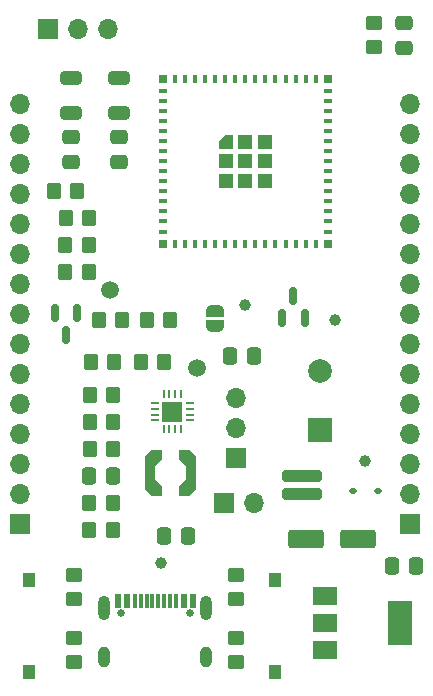
<source format=gbr>
%TF.GenerationSoftware,KiCad,Pcbnew,7.0.1*%
%TF.CreationDate,2023-05-28T11:45:34+02:00*%
%TF.ProjectId,SunSparkESP32,53756e53-7061-4726-9b45-535033322e6b,2.0*%
%TF.SameCoordinates,Original*%
%TF.FileFunction,Soldermask,Top*%
%TF.FilePolarity,Negative*%
%FSLAX46Y46*%
G04 Gerber Fmt 4.6, Leading zero omitted, Abs format (unit mm)*
G04 Created by KiCad (PCBNEW 7.0.1) date 2023-05-28 11:45:34*
%MOMM*%
%LPD*%
G01*
G04 APERTURE LIST*
G04 Aperture macros list*
%AMRoundRect*
0 Rectangle with rounded corners*
0 $1 Rounding radius*
0 $2 $3 $4 $5 $6 $7 $8 $9 X,Y pos of 4 corners*
0 Add a 4 corners polygon primitive as box body*
4,1,4,$2,$3,$4,$5,$6,$7,$8,$9,$2,$3,0*
0 Add four circle primitives for the rounded corners*
1,1,$1+$1,$2,$3*
1,1,$1+$1,$4,$5*
1,1,$1+$1,$6,$7*
1,1,$1+$1,$8,$9*
0 Add four rect primitives between the rounded corners*
20,1,$1+$1,$2,$3,$4,$5,0*
20,1,$1+$1,$4,$5,$6,$7,0*
20,1,$1+$1,$6,$7,$8,$9,0*
20,1,$1+$1,$8,$9,$2,$3,0*%
%AMFreePoly0*
4,1,11,1.015000,1.170000,0.435000,0.575000,0.435000,-0.575000,1.015000,-1.170000,1.015000,-1.945000,0.125000,-1.945000,-0.435000,-1.395000,-0.435000,1.395000,0.125000,1.945000,1.015000,1.945000,1.015000,1.170000,1.015000,1.170000,$1*%
%AMFreePoly1*
4,1,11,0.435000,1.395000,0.435000,-1.395000,-0.125000,-1.945000,-1.015000,-1.945000,-1.015000,-1.170000,-0.435000,-0.575000,-0.435000,0.575000,-1.015000,1.170000,-1.015000,1.945000,-0.125000,1.945000,0.435000,1.395000,0.435000,1.395000,$1*%
%AMFreePoly2*
4,1,6,0.600000,-0.600000,-0.600000,-0.600000,-0.600000,0.000000,0.000000,0.600000,0.600000,0.600000,0.600000,-0.600000,0.600000,-0.600000,$1*%
%AMFreePoly3*
4,1,19,0.500000,-0.750000,0.000000,-0.750000,0.000000,-0.744911,-0.071157,-0.744911,-0.207708,-0.704816,-0.327430,-0.627875,-0.420627,-0.520320,-0.479746,-0.390866,-0.500000,-0.250000,-0.500000,0.250000,-0.479746,0.390866,-0.420627,0.520320,-0.327430,0.627875,-0.207708,0.704816,-0.071157,0.744911,0.000000,0.744911,0.000000,0.750000,0.500000,0.750000,0.500000,-0.750000,0.500000,-0.750000,
$1*%
%AMFreePoly4*
4,1,19,0.000000,0.744911,0.071157,0.744911,0.207708,0.704816,0.327430,0.627875,0.420627,0.520320,0.479746,0.390866,0.500000,0.250000,0.500000,-0.250000,0.479746,-0.390866,0.420627,-0.520320,0.327430,-0.627875,0.207708,-0.704816,0.071157,-0.744911,0.000000,-0.744911,0.000000,-0.750000,-0.500000,-0.750000,-0.500000,0.750000,0.000000,0.750000,0.000000,0.744911,0.000000,0.744911,
$1*%
G04 Aperture macros list end*
%ADD10RoundRect,0.250000X-0.337500X-0.475000X0.337500X-0.475000X0.337500X0.475000X-0.337500X0.475000X0*%
%ADD11FreePoly0,0.000000*%
%ADD12FreePoly1,0.000000*%
%ADD13RoundRect,0.062500X-0.312500X-0.062500X0.312500X-0.062500X0.312500X0.062500X-0.312500X0.062500X0*%
%ADD14RoundRect,0.062500X-0.062500X-0.312500X0.062500X-0.312500X0.062500X0.312500X-0.062500X0.312500X0*%
%ADD15R,1.700000X1.700000*%
%ADD16RoundRect,0.250000X0.350000X0.450000X-0.350000X0.450000X-0.350000X-0.450000X0.350000X-0.450000X0*%
%ADD17RoundRect,0.250000X0.337500X0.475000X-0.337500X0.475000X-0.337500X-0.475000X0.337500X-0.475000X0*%
%ADD18RoundRect,0.250000X0.450000X-0.350000X0.450000X0.350000X-0.450000X0.350000X-0.450000X-0.350000X0*%
%ADD19RoundRect,0.250000X1.450000X-0.250000X1.450000X0.250000X-1.450000X0.250000X-1.450000X-0.250000X0*%
%ADD20RoundRect,0.250000X-0.350000X-0.450000X0.350000X-0.450000X0.350000X0.450000X-0.350000X0.450000X0*%
%ADD21RoundRect,0.250000X1.250000X0.550000X-1.250000X0.550000X-1.250000X-0.550000X1.250000X-0.550000X0*%
%ADD22C,1.000000*%
%ADD23RoundRect,0.250000X-0.475000X0.337500X-0.475000X-0.337500X0.475000X-0.337500X0.475000X0.337500X0*%
%ADD24R,0.800000X0.400000*%
%ADD25R,0.400000X0.800000*%
%ADD26FreePoly2,0.000000*%
%ADD27R,1.200000X1.200000*%
%ADD28R,0.800000X0.800000*%
%ADD29R,1.000000X1.250000*%
%ADD30C,0.650000*%
%ADD31R,0.600000X1.150000*%
%ADD32R,0.300000X1.150000*%
%ADD33O,1.000000X2.100000*%
%ADD34O,1.000000X1.800000*%
%ADD35O,1.700000X1.700000*%
%ADD36RoundRect,0.150000X0.150000X-0.587500X0.150000X0.587500X-0.150000X0.587500X-0.150000X-0.587500X0*%
%ADD37RoundRect,0.250000X0.650000X-0.325000X0.650000X0.325000X-0.650000X0.325000X-0.650000X-0.325000X0*%
%ADD38FreePoly3,90.000000*%
%ADD39FreePoly4,90.000000*%
%ADD40C,1.500000*%
%ADD41RoundRect,0.150000X-0.150000X0.587500X-0.150000X-0.587500X0.150000X-0.587500X0.150000X0.587500X0*%
%ADD42RoundRect,0.112500X-0.187500X-0.112500X0.187500X-0.112500X0.187500X0.112500X-0.187500X0.112500X0*%
%ADD43R,2.000000X1.500000*%
%ADD44R,2.000000X3.800000*%
%ADD45RoundRect,0.250000X0.475000X-0.337500X0.475000X0.337500X-0.475000X0.337500X-0.475000X-0.337500X0*%
%ADD46R,2.000000X2.000000*%
%ADD47C,2.000000*%
G04 APERTURE END LIST*
D10*
%TO.C,C5*%
X66759000Y-84836000D03*
X68834000Y-84836000D03*
%TD*%
D11*
%TO.C,L1*%
X65558000Y-79502000D03*
D12*
X69088000Y-79502000D03*
%TD*%
D13*
%TO.C,U1*%
X65981000Y-73527000D03*
X65981000Y-74027000D03*
X65981000Y-74527000D03*
X65981000Y-75027000D03*
D14*
X66731000Y-75777000D03*
X67231000Y-75777000D03*
X67731000Y-75777000D03*
X68231000Y-75777000D03*
D13*
X68981000Y-75027000D03*
X68981000Y-74527000D03*
X68981000Y-74027000D03*
X68981000Y-73527000D03*
D14*
X68231000Y-72777000D03*
X67731000Y-72777000D03*
X67231000Y-72777000D03*
X66731000Y-72777000D03*
D15*
X67481000Y-74277000D03*
%TD*%
D16*
%TO.C,R18*%
X60420000Y-60198000D03*
X58420000Y-60198000D03*
%TD*%
D17*
%TO.C,C4*%
X88138000Y-87376000D03*
X86063000Y-87376000D03*
%TD*%
D18*
%TO.C,R6*%
X59182000Y-90138000D03*
X59182000Y-88138000D03*
%TD*%
D19*
%TO.C,R14*%
X78486000Y-81256000D03*
X78486000Y-79756000D03*
%TD*%
D20*
%TO.C,R12*%
X60484000Y-72898000D03*
X62484000Y-72898000D03*
%TD*%
%TO.C,R17*%
X58452000Y-57912000D03*
X60452000Y-57912000D03*
%TD*%
D21*
%TO.C,C6*%
X83226000Y-85090000D03*
X78826000Y-85090000D03*
%TD*%
D22*
%TO.C,TP3*%
X73660000Y-65278000D03*
%TD*%
D20*
%TO.C,R9*%
X64802000Y-70104000D03*
X66802000Y-70104000D03*
%TD*%
D23*
%TO.C,C8*%
X58928000Y-51054000D03*
X58928000Y-53129000D03*
%TD*%
D20*
%TO.C,R8*%
X60548000Y-70104000D03*
X62548000Y-70104000D03*
%TD*%
D24*
%TO.C,U3*%
X66660000Y-47136000D03*
X66660000Y-47986000D03*
X66660000Y-48836000D03*
X66660000Y-49686000D03*
X66660000Y-50536000D03*
X66660000Y-51386000D03*
X66660000Y-52236000D03*
X66660000Y-53086000D03*
X66660000Y-53936000D03*
X66660000Y-54786000D03*
X66660000Y-55636000D03*
X66660000Y-56486000D03*
X66660000Y-57336000D03*
X66660000Y-58186000D03*
X66660000Y-59036000D03*
D25*
X67710000Y-60086000D03*
X68560000Y-60086000D03*
X69410000Y-60086000D03*
X70260000Y-60086000D03*
X71110000Y-60086000D03*
X71960000Y-60086000D03*
X72810000Y-60086000D03*
X73660000Y-60086000D03*
X74510000Y-60086000D03*
X75360000Y-60086000D03*
X76210000Y-60086000D03*
X77060000Y-60086000D03*
X77910000Y-60086000D03*
X78760000Y-60086000D03*
X79610000Y-60086000D03*
D24*
X80660000Y-59036000D03*
X80660000Y-58186000D03*
X80660000Y-57336000D03*
X80660000Y-56486000D03*
X80660000Y-55636000D03*
X80660000Y-54786000D03*
X80660000Y-53936000D03*
X80660000Y-53086000D03*
X80660000Y-52236000D03*
X80660000Y-51386000D03*
X80660000Y-50536000D03*
X80660000Y-49686000D03*
X80660000Y-48836000D03*
X80660000Y-47986000D03*
X80660000Y-47136000D03*
D25*
X79610000Y-46086000D03*
X78760000Y-46086000D03*
X77910000Y-46086000D03*
X77060000Y-46086000D03*
X76210000Y-46086000D03*
X75360000Y-46086000D03*
X74510000Y-46086000D03*
X73660000Y-46086000D03*
X72810000Y-46086000D03*
X71960000Y-46086000D03*
X71110000Y-46086000D03*
X70260000Y-46086000D03*
X69410000Y-46086000D03*
X68560000Y-46086000D03*
X67710000Y-46086000D03*
D26*
X72010000Y-51436000D03*
D27*
X72010000Y-53086000D03*
X72010000Y-54736000D03*
X73660000Y-51436000D03*
X73660000Y-53086000D03*
X73660000Y-54736000D03*
X75310000Y-51436000D03*
X75310000Y-53086000D03*
X75310000Y-54736000D03*
D28*
X66660000Y-46086000D03*
X66660000Y-60086000D03*
X80660000Y-60086000D03*
X80660000Y-46086000D03*
%TD*%
D29*
%TO.C,SW2*%
X55372000Y-96331000D03*
X55372000Y-88581000D03*
%TD*%
D18*
%TO.C,R15*%
X84582000Y-43402000D03*
X84582000Y-41402000D03*
%TD*%
D30*
%TO.C,J2*%
X63150000Y-91375000D03*
X68930000Y-91375000D03*
D31*
X62840000Y-90300000D03*
X63640000Y-90300000D03*
D32*
X64790000Y-90300000D03*
X65790000Y-90300000D03*
X66290000Y-90300000D03*
X67290000Y-90300000D03*
D31*
X68440000Y-90300000D03*
X69240000Y-90300000D03*
X69240000Y-90300000D03*
X68440000Y-90300000D03*
D32*
X67790000Y-90300000D03*
X66790000Y-90300000D03*
X65290000Y-90300000D03*
X64290000Y-90300000D03*
D31*
X63640000Y-90300000D03*
X62840000Y-90300000D03*
D33*
X61720000Y-90875000D03*
D34*
X61720000Y-95055000D03*
D33*
X70360000Y-90875000D03*
D34*
X70360000Y-95055000D03*
%TD*%
D15*
%TO.C,J5*%
X56911000Y-41885000D03*
D35*
X59451000Y-41885000D03*
X61991000Y-41885000D03*
%TD*%
D20*
%TO.C,R19*%
X58420000Y-62484000D03*
X60420000Y-62484000D03*
%TD*%
D29*
%TO.C,SW1*%
X76200000Y-96331000D03*
X76200000Y-88581000D03*
%TD*%
D18*
%TO.C,R5*%
X59182000Y-95472000D03*
X59182000Y-93472000D03*
%TD*%
%TO.C,R4*%
X72898000Y-95472000D03*
X72898000Y-93472000D03*
%TD*%
D36*
%TO.C,Q1*%
X76774000Y-66391000D03*
X78674000Y-66391000D03*
X77724000Y-64516000D03*
%TD*%
D37*
%TO.C,C9*%
X62992000Y-49022000D03*
X62992000Y-46072000D03*
%TD*%
D38*
%TO.C,JP1*%
X71120000Y-67056000D03*
D39*
X71120000Y-65756000D03*
%TD*%
D16*
%TO.C,R1*%
X62452000Y-84328000D03*
X60452000Y-84328000D03*
%TD*%
D10*
%TO.C,C2*%
X72347000Y-69596000D03*
X74422000Y-69596000D03*
%TD*%
D15*
%TO.C,J1*%
X71882000Y-82042000D03*
D35*
X74422000Y-82042000D03*
%TD*%
D17*
%TO.C,C1*%
X62484000Y-79756000D03*
X60409000Y-79756000D03*
%TD*%
D20*
%TO.C,R11*%
X65310000Y-66548000D03*
X67310000Y-66548000D03*
%TD*%
%TO.C,R10*%
X61246000Y-66548000D03*
X63246000Y-66548000D03*
%TD*%
D37*
%TO.C,C10*%
X58928000Y-49022000D03*
X58928000Y-46072000D03*
%TD*%
D40*
%TO.C,J8*%
X69596000Y-70612000D03*
%TD*%
D41*
%TO.C,Q2*%
X59436000Y-65943000D03*
X57536000Y-65943000D03*
X58486000Y-67818000D03*
%TD*%
D15*
%TO.C,J4*%
X87630000Y-83820000D03*
D35*
X87630000Y-81280000D03*
X87630000Y-78740000D03*
X87630000Y-76200000D03*
X87630000Y-73660000D03*
X87630000Y-71120000D03*
X87630000Y-68580000D03*
X87630000Y-66040000D03*
X87630000Y-63500000D03*
X87630000Y-60960000D03*
X87630000Y-58420000D03*
X87630000Y-55880000D03*
X87630000Y-53340000D03*
X87630000Y-50800000D03*
X87630000Y-48260000D03*
%TD*%
D42*
%TO.C,D1*%
X82770000Y-81026000D03*
X84870000Y-81026000D03*
%TD*%
D18*
%TO.C,R7*%
X72898000Y-90138000D03*
X72898000Y-88138000D03*
%TD*%
D43*
%TO.C,U2*%
X80416000Y-89902000D03*
X80416000Y-92202000D03*
D44*
X86716000Y-92202000D03*
D43*
X80416000Y-94502000D03*
%TD*%
D45*
%TO.C,C11*%
X87122000Y-43477000D03*
X87122000Y-41402000D03*
%TD*%
D16*
%TO.C,R13*%
X62484000Y-75184000D03*
X60484000Y-75184000D03*
%TD*%
%TO.C,R3*%
X62484000Y-77470000D03*
X60484000Y-77470000D03*
%TD*%
D22*
%TO.C,TP4*%
X81280000Y-66548000D03*
%TD*%
D20*
%TO.C,R16*%
X57436000Y-55626000D03*
X59436000Y-55626000D03*
%TD*%
D46*
%TO.C,C3*%
X80010000Y-75866000D03*
D47*
X80010000Y-70866000D03*
%TD*%
D22*
%TO.C,TP2*%
X83820000Y-78486000D03*
%TD*%
D16*
%TO.C,R2*%
X62452000Y-82042000D03*
X60452000Y-82042000D03*
%TD*%
D15*
%TO.C,J6*%
X54610000Y-83820000D03*
D35*
X54610000Y-81280000D03*
X54610000Y-78740000D03*
X54610000Y-76200000D03*
X54610000Y-73660000D03*
X54610000Y-71120000D03*
X54610000Y-68580000D03*
X54610000Y-66040000D03*
X54610000Y-63500000D03*
X54610000Y-60960000D03*
X54610000Y-58420000D03*
X54610000Y-55880000D03*
X54610000Y-53340000D03*
X54610000Y-50800000D03*
X54610000Y-48260000D03*
%TD*%
D15*
%TO.C,J3*%
X72873000Y-78217000D03*
D35*
X72873000Y-75677000D03*
X72873000Y-73137000D03*
%TD*%
D23*
%TO.C,C7*%
X62992000Y-51054000D03*
X62992000Y-53129000D03*
%TD*%
D22*
%TO.C,TP1*%
X66548000Y-87122000D03*
%TD*%
D40*
%TO.C,J7*%
X62230000Y-64008000D03*
%TD*%
M02*

</source>
